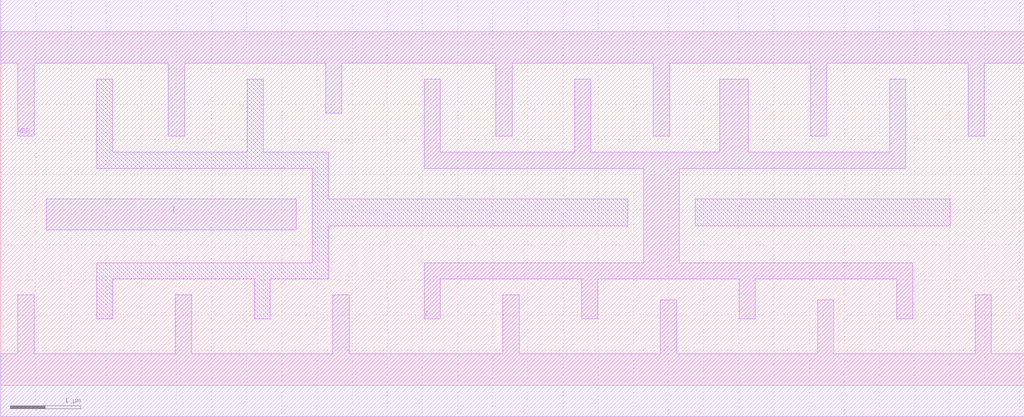
<source format=lef>
# Copyright 2022 GlobalFoundries PDK Authors
#
# Licensed under the Apache License, Version 2.0 (the "License");
# you may not use this file except in compliance with the License.
# You may obtain a copy of the License at
#
#      http://www.apache.org/licenses/LICENSE-2.0
#
# Unless required by applicable law or agreed to in writing, software
# distributed under the License is distributed on an "AS IS" BASIS,
# WITHOUT WARRANTIES OR CONDITIONS OF ANY KIND, either express or implied.
# See the License for the specific language governing permissions and
# limitations under the License.

MACRO gf180mcu_fd_sc_mcu9t5v0__clkbuf_8
  CLASS core ;
  FOREIGN gf180mcu_fd_sc_mcu9t5v0__clkbuf_8 0.0 0.0 ;
  ORIGIN 0 0 ;
  SYMMETRY X Y ;
  SITE GF018hv5v_green_sc9 ;
  SIZE 14.56 BY 5.04 ;
  PIN I
    DIRECTION INPUT ;
    ANTENNAGATEAREA 5.412 ;
    PORT
      LAYER Metal1 ;
        POLYGON 0.65 2.215 4.205 2.215 4.205 2.65 0.65 2.65  ;
    END
  END I
  PIN Z
    DIRECTION OUTPUT ;
    ANTENNADIFFAREA 6.2024 ;
    PORT
      LAYER Metal1 ;
        POLYGON 6.025 3.09 8.92 3.09 9.15 3.09 9.15 1.745 6.025 1.745 6.025 0.945 6.255 0.945 6.255 1.515 8.265 1.515 8.265 0.945 8.495 0.945 8.495 1.515 10.505 1.515 10.505 0.945 10.735 0.945 10.735 1.515 12.745 1.515 12.745 0.945 12.975 0.945 12.975 1.745 9.65 1.745 9.65 3.09 12.875 3.09 12.875 4.36 12.645 4.36 12.645 3.32 10.635 3.32 10.635 4.36 10.23 4.36 10.23 3.32 8.92 3.32 8.395 3.32 8.395 4.36 8.165 4.36 8.165 3.32 6.255 3.32 6.255 4.36 6.025 4.36  ;
    END
  END Z
  PIN VDD
    DIRECTION INOUT ;
    USE power ;
    SHAPE ABUTMENT ;
    PORT
      LAYER Metal1 ;
        POLYGON 0 4.59 0.245 4.59 0.245 3.55 0.475 3.55 0.475 4.59 2.385 4.59 2.385 3.55 2.615 3.55 2.615 4.59 4.625 4.59 4.625 3.875 4.855 3.875 4.855 4.59 7.045 4.59 7.045 3.55 7.275 3.55 7.275 4.59 8.92 4.59 9.285 4.59 9.285 3.55 9.515 3.55 9.515 4.59 11.525 4.59 11.525 3.55 11.755 3.55 11.755 4.59 13.51 4.59 13.765 4.59 13.765 3.55 13.995 3.55 13.995 4.59 14.56 4.59 14.56 5.49 13.51 5.49 8.92 5.49 0 5.49  ;
    END
  END VDD
  PIN VSS
    DIRECTION INOUT ;
    USE ground ;
    SHAPE ABUTMENT ;
    PORT
      LAYER Metal1 ;
        POLYGON 0 -0.45 14.56 -0.45 14.56 0.45 14.095 0.45 14.095 1.285 13.865 1.285 13.865 0.45 11.855 0.45 11.855 1.215 11.625 1.215 11.625 0.45 9.615 0.45 9.615 1.215 9.385 1.215 9.385 0.45 7.375 0.45 7.375 1.285 7.145 1.285 7.145 0.45 4.955 0.45 4.955 1.285 4.725 1.285 4.725 0.45 2.715 0.45 2.715 1.285 2.485 1.285 2.485 0.45 0.475 0.45 0.475 1.285 0.245 1.285 0.245 0.45 0 0.45  ;
    END
  END VSS
  OBS
      LAYER Metal1 ;
        POLYGON 1.365 3.09 4.435 3.09 4.435 1.745 1.365 1.745 1.365 0.945 1.595 0.945 1.595 1.515 3.605 1.515 3.605 0.945 3.835 0.945 3.835 1.515 4.665 1.515 4.665 2.27 8.92 2.27 8.92 2.65 4.665 2.65 4.665 3.32 3.735 3.32 3.735 4.36 3.505 4.36 3.505 3.32 1.595 3.32 1.595 4.36 1.365 4.36  ;
        POLYGON 9.88 2.27 13.51 2.27 13.51 2.65 9.88 2.65  ;
  END
END gf180mcu_fd_sc_mcu9t5v0__clkbuf_8

</source>
